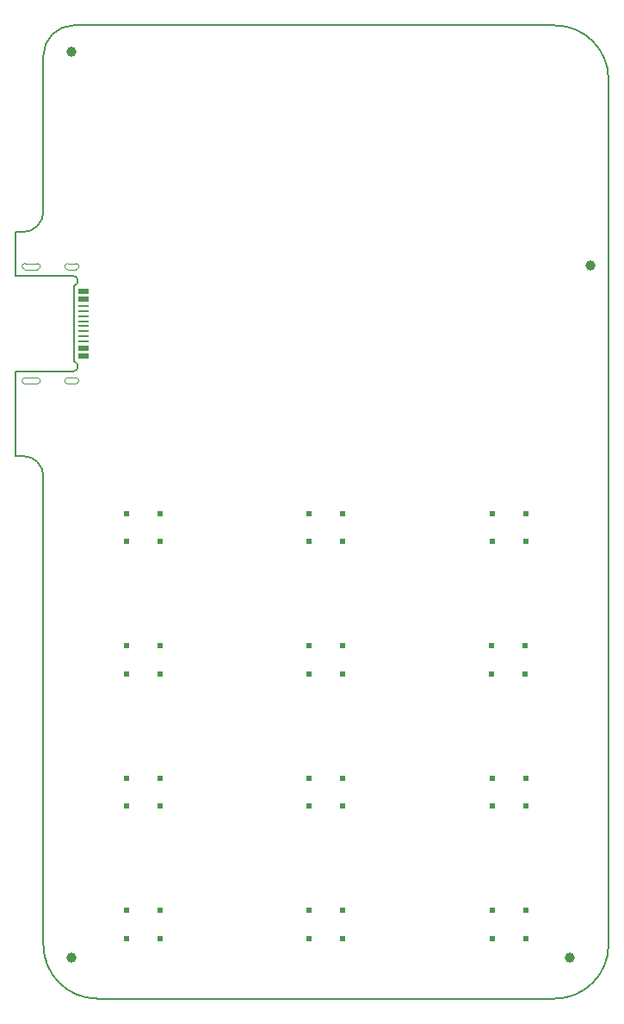
<source format=gbp>
G04 Layer_Color=8421504*
%FSLAX44Y44*%
%MOMM*%
G71*
G01*
G75*
%ADD12C,1.0000*%
%ADD50C,0.2000*%
%ADD75C,0.0000*%
%ADD192R,0.6000X0.5500*%
%ADD193R,1.0001X0.5000*%
%ADD194R,1.0001X0.2000*%
D12*
X540000Y30000D02*
D03*
X49998Y920000D02*
D03*
Y30000D02*
D03*
X560000Y710000D02*
D03*
D50*
X22001Y503001D02*
G03*
X2001Y523001I-20000J0D01*
G01*
X22001Y43000D02*
G03*
X75000Y-10000I53000J0D01*
G01*
X524999D02*
G03*
X577999Y43000I0J53000D01*
G01*
Y893000D02*
G03*
X524999Y946000I-53000J0D01*
G01*
X52000D02*
G03*
X22001Y916000I0J-30000D01*
G01*
X2001Y743001D02*
G03*
X22001Y763001I0J20000D01*
G01*
X51000Y606000D02*
G03*
X52039Y615891I0J5000D01*
G01*
X51997Y690100D02*
G03*
X51000Y700000I-997J4900D01*
G01*
X-5001Y605801D02*
X51000D01*
X-5001Y523001D02*
Y605801D01*
X52000Y615900D02*
Y690100D01*
X-5000Y700000D02*
X51000D01*
X-5001Y700001D02*
Y743001D01*
X577999Y43000D02*
Y893000D01*
X52000Y946000D02*
X524999D01*
X22001Y763001D02*
Y916000D01*
X-5000Y743001D02*
X2000D01*
X-5000Y523001D02*
X2001D01*
X22001Y43000D02*
Y503001D01*
X75000Y-10000D02*
X524999D01*
D75*
X15999Y593800D02*
G03*
X18999Y596800I0J3000D01*
G01*
D02*
G03*
X15999Y599800I-3000J0D01*
G01*
X4001D02*
G03*
X1001Y596800I0J-3000D01*
G01*
D02*
G03*
X4001Y593800I3000J0D01*
G01*
X54000Y706200D02*
G03*
X57000Y709200I0J3000D01*
G01*
D02*
G03*
X54000Y712200I-3000J0D01*
G01*
X45999D02*
G03*
X43000Y709200I0J-3000D01*
G01*
D02*
G03*
X45999Y706200I3000J0D01*
G01*
X54000Y593800D02*
G03*
X57000Y596800I0J3000D01*
G01*
D02*
G03*
X54000Y599800I-3000J0D01*
G01*
X45999D02*
G03*
X43000Y596800I0J-3000D01*
G01*
D02*
G03*
X45999Y593800I3000J0D01*
G01*
X15999Y706200D02*
G03*
X18999Y709200I0J3000D01*
G01*
D02*
G03*
X15999Y712200I-3000J0D01*
G01*
X4001D02*
G03*
X1001Y709200I0J-3000D01*
G01*
D02*
G03*
X4001Y706200I3000J0D01*
G01*
Y599800D02*
X15999D01*
X4001Y593800D02*
X15999D01*
X45999Y712200D02*
X54000D01*
X45999Y706200D02*
X54000D01*
X45999Y599800D02*
X54000D01*
X45999Y593800D02*
X54000D01*
X4001Y712200D02*
X15999D01*
X4001Y706200D02*
X15999D01*
D192*
X463499Y76691D02*
D03*
X496499D02*
D03*
Y49191D02*
D03*
X463499D02*
D03*
X316499Y49191D02*
D03*
X283499D02*
D03*
Y76691D02*
D03*
X316499D02*
D03*
X136500Y49191D02*
D03*
X103500D02*
D03*
Y76691D02*
D03*
X136500D02*
D03*
X136500Y179190D02*
D03*
X103500D02*
D03*
Y206690D02*
D03*
X136500D02*
D03*
X316500Y179190D02*
D03*
X283500D02*
D03*
Y206690D02*
D03*
X316500D02*
D03*
X496701Y179190D02*
D03*
X463701D02*
D03*
Y206690D02*
D03*
X496701D02*
D03*
X462500Y336690D02*
D03*
X495500D02*
D03*
Y309190D02*
D03*
X462500D02*
D03*
X316500Y309190D02*
D03*
X283500D02*
D03*
Y336690D02*
D03*
X316500D02*
D03*
X136500Y309190D02*
D03*
X103500D02*
D03*
Y336690D02*
D03*
X136500D02*
D03*
X463500Y466690D02*
D03*
X496500D02*
D03*
Y439190D02*
D03*
X463500D02*
D03*
X283500Y466690D02*
D03*
X316500D02*
D03*
Y439190D02*
D03*
X283500D02*
D03*
X136500Y439190D02*
D03*
X103500D02*
D03*
Y466690D02*
D03*
X136500D02*
D03*
D193*
X61501Y621001D02*
D03*
Y628999D02*
D03*
Y677000D02*
D03*
Y684999D02*
D03*
D194*
Y635499D02*
D03*
Y640501D02*
D03*
Y645499D02*
D03*
Y650501D02*
D03*
Y655499D02*
D03*
Y660501D02*
D03*
Y665499D02*
D03*
Y670501D02*
D03*
M02*

</source>
